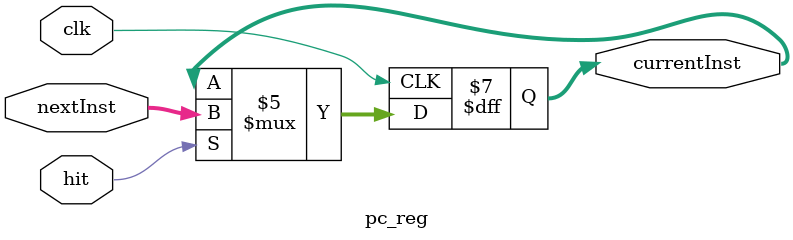
<source format=v>
`timescale 1ns / 1ps
module pc_reg( clk, nextInst, currentInst, hit
    );
	input clk;
	input [15:0] nextInst;
	input hit;
	output reg [15:0] currentInst;
	
	initial
		begin 
		currentInst = {16{1'b0}};
		end
		
	always @(negedge clk) begin
		if(hit == 1'b1)
			currentInst = nextInst ;
	end

endmodule

</source>
